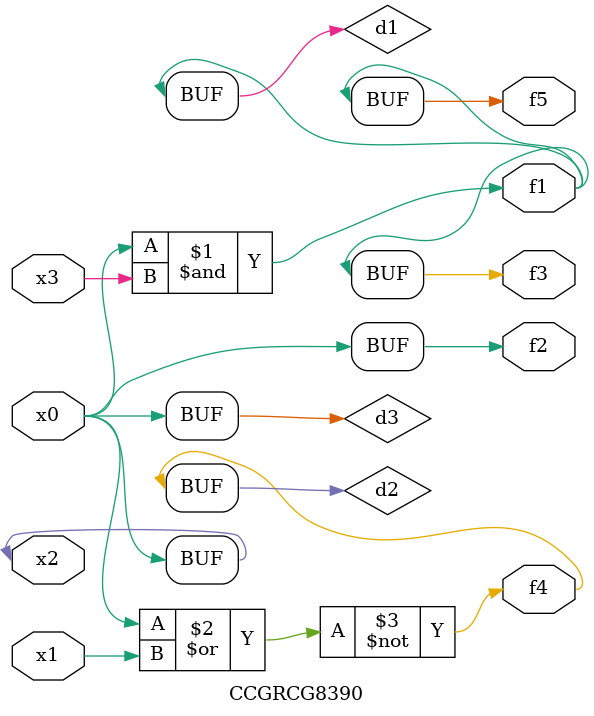
<source format=v>
module CCGRCG8390(
	input x0, x1, x2, x3,
	output f1, f2, f3, f4, f5
);

	wire d1, d2, d3;

	and (d1, x2, x3);
	nor (d2, x0, x1);
	buf (d3, x0, x2);
	assign f1 = d1;
	assign f2 = d3;
	assign f3 = d1;
	assign f4 = d2;
	assign f5 = d1;
endmodule

</source>
